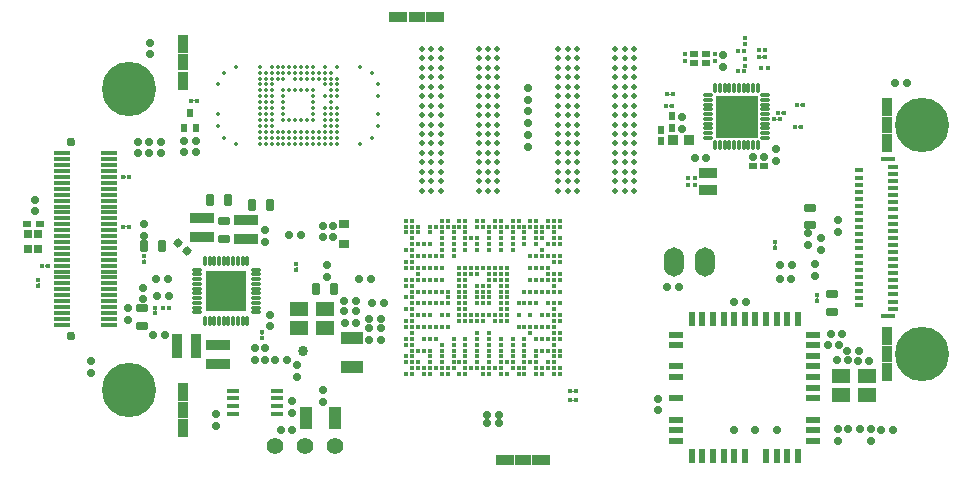
<source format=gts>
G04*
G04 #@! TF.GenerationSoftware,Altium Limited,Altium Designer,22.2.1 (43)*
G04*
G04 Layer_Color=8388736*
%FSLAX25Y25*%
%MOIN*%
G70*
G04*
G04 #@! TF.SameCoordinates,6C9F7B6B-14DB-4A3D-A1FA-6D2C2168172C*
G04*
G04*
G04 #@! TF.FilePolarity,Negative*
G04*
G01*
G75*
%ADD60R,0.02756X0.01968*%
%ADD73C,0.00800*%
%ADD74R,0.03543X0.05906*%
%ADD75R,0.03543X0.05315*%
%ADD76R,0.05906X0.03543*%
%ADD77R,0.05315X0.03543*%
G04:AMPARAMS|DCode=78|XSize=27.56mil|YSize=23.62mil|CornerRadius=5.91mil|HoleSize=0mil|Usage=FLASHONLY|Rotation=0.000|XOffset=0mil|YOffset=0mil|HoleType=Round|Shape=RoundedRectangle|*
%AMROUNDEDRECTD78*
21,1,0.02756,0.01181,0,0,0.0*
21,1,0.01575,0.02362,0,0,0.0*
1,1,0.01181,0.00787,-0.00591*
1,1,0.01181,-0.00787,-0.00591*
1,1,0.01181,-0.00787,0.00591*
1,1,0.01181,0.00787,0.00591*
%
%ADD78ROUNDEDRECTD78*%
%ADD79C,0.01457*%
%ADD80R,0.01457X0.01575*%
G04:AMPARAMS|DCode=81|XSize=27.56mil|YSize=23.62mil|CornerRadius=5.91mil|HoleSize=0mil|Usage=FLASHONLY|Rotation=90.000|XOffset=0mil|YOffset=0mil|HoleType=Round|Shape=RoundedRectangle|*
%AMROUNDEDRECTD81*
21,1,0.02756,0.01181,0,0,90.0*
21,1,0.01575,0.02362,0,0,90.0*
1,1,0.01181,0.00591,0.00787*
1,1,0.01181,0.00591,-0.00787*
1,1,0.01181,-0.00591,-0.00787*
1,1,0.01181,-0.00591,0.00787*
%
%ADD81ROUNDEDRECTD81*%
G04:AMPARAMS|DCode=82|XSize=16mil|YSize=16mil|CornerRadius=4.25mil|HoleSize=0mil|Usage=FLASHONLY|Rotation=0.000|XOffset=0mil|YOffset=0mil|HoleType=Round|Shape=RoundedRectangle|*
%AMROUNDEDRECTD82*
21,1,0.01600,0.00750,0,0,0.0*
21,1,0.00750,0.01600,0,0,0.0*
1,1,0.00850,0.00375,-0.00375*
1,1,0.00850,-0.00375,-0.00375*
1,1,0.00850,-0.00375,0.00375*
1,1,0.00850,0.00375,0.00375*
%
%ADD82ROUNDEDRECTD82*%
%ADD83R,0.02363X0.05118*%
%ADD84O,0.03740X0.01181*%
%ADD85R,0.05118X0.02363*%
%ADD86O,0.01181X0.03740*%
%ADD87C,0.01378*%
%ADD88R,0.02363X0.02756*%
%ADD89R,0.05512X0.01378*%
%ADD90O,0.06693X0.09843*%
%ADD91C,0.03394*%
%ADD92R,0.00394X0.02363*%
%ADD93C,0.02756*%
%ADD94R,0.05118X0.00394*%
%ADD95C,0.01969*%
%ADD96O,0.01181X0.03543*%
%ADD97R,0.13780X0.13780*%
%ADD98P,0.00534X8X22.5*%
%ADD99O,0.03543X0.01181*%
%ADD100R,0.08268X0.03740*%
%ADD101R,0.02953X0.03150*%
%ADD102R,0.05906X0.05118*%
%ADD103R,0.02362X0.02756*%
%ADD104R,0.14173X0.14173*%
%ADD105R,0.03347X0.03543*%
%ADD106R,0.02362X0.02953*%
%ADD107R,0.01575X0.01457*%
%ADD108R,0.02795X0.02402*%
%ADD109R,0.05906X0.03347*%
G04:AMPARAMS|DCode=110|XSize=15.75mil|YSize=43.31mil|CornerRadius=4.92mil|HoleSize=0mil|Usage=FLASHONLY|Rotation=90.000|XOffset=0mil|YOffset=0mil|HoleType=Round|Shape=RoundedRectangle|*
%AMROUNDEDRECTD110*
21,1,0.01575,0.03347,0,0,90.0*
21,1,0.00591,0.04331,0,0,90.0*
1,1,0.00984,0.01673,0.00295*
1,1,0.00984,0.01673,-0.00295*
1,1,0.00984,-0.01673,-0.00295*
1,1,0.00984,-0.01673,0.00295*
%
%ADD110ROUNDEDRECTD110*%
%ADD111R,0.04331X0.07481*%
%ADD112R,0.04921X0.01575*%
%ADD113R,0.03543X0.01575*%
%ADD114R,0.02953X0.01575*%
G04:AMPARAMS|DCode=115|XSize=16mil|YSize=16mil|CornerRadius=4.25mil|HoleSize=0mil|Usage=FLASHONLY|Rotation=90.000|XOffset=0mil|YOffset=0mil|HoleType=Round|Shape=RoundedRectangle|*
%AMROUNDEDRECTD115*
21,1,0.01600,0.00750,0,0,90.0*
21,1,0.00750,0.01600,0,0,90.0*
1,1,0.00850,0.00375,0.00375*
1,1,0.00850,0.00375,-0.00375*
1,1,0.00850,-0.00375,-0.00375*
1,1,0.00850,-0.00375,0.00375*
%
%ADD115ROUNDEDRECTD115*%
G04:AMPARAMS|DCode=116|XSize=39.37mil|YSize=27.56mil|CornerRadius=6.69mil|HoleSize=0mil|Usage=FLASHONLY|Rotation=180.000|XOffset=0mil|YOffset=0mil|HoleType=Round|Shape=RoundedRectangle|*
%AMROUNDEDRECTD116*
21,1,0.03937,0.01417,0,0,180.0*
21,1,0.02598,0.02756,0,0,180.0*
1,1,0.01339,-0.01299,0.00709*
1,1,0.01339,0.01299,0.00709*
1,1,0.01339,0.01299,-0.00709*
1,1,0.01339,-0.01299,-0.00709*
%
%ADD116ROUNDEDRECTD116*%
G04:AMPARAMS|DCode=117|XSize=39.37mil|YSize=27.56mil|CornerRadius=6.69mil|HoleSize=0mil|Usage=FLASHONLY|Rotation=270.000|XOffset=0mil|YOffset=0mil|HoleType=Round|Shape=RoundedRectangle|*
%AMROUNDEDRECTD117*
21,1,0.03937,0.01417,0,0,270.0*
21,1,0.02598,0.02756,0,0,270.0*
1,1,0.01339,-0.00709,-0.01299*
1,1,0.01339,-0.00709,0.01299*
1,1,0.01339,0.00709,0.01299*
1,1,0.01339,0.00709,-0.01299*
%
%ADD117ROUNDEDRECTD117*%
G04:AMPARAMS|DCode=118|XSize=27.56mil|YSize=23.62mil|CornerRadius=5.91mil|HoleSize=0mil|Usage=FLASHONLY|Rotation=45.000|XOffset=0mil|YOffset=0mil|HoleType=Round|Shape=RoundedRectangle|*
%AMROUNDEDRECTD118*
21,1,0.02756,0.01181,0,0,45.0*
21,1,0.01575,0.02362,0,0,45.0*
1,1,0.01181,0.00974,0.00139*
1,1,0.01181,-0.00139,-0.00974*
1,1,0.01181,-0.00974,-0.00139*
1,1,0.01181,0.00139,0.00974*
%
%ADD118ROUNDEDRECTD118*%
%ADD119R,0.02756X0.02362*%
%ADD120R,0.03740X0.08268*%
%ADD121R,0.07481X0.04331*%
%ADD122R,0.03543X0.02756*%
%ADD123C,0.18110*%
%ADD124C,0.05512*%
%ADD125C,0.03032*%
%ADD126C,0.02794*%
D60*
X4835Y84040D02*
D03*
X9165D02*
D03*
D73*
X262580Y123560D02*
G03*
X262580Y123560I-100J0D01*
G01*
X60540Y125040D02*
G03*
X60540Y125040I-100J0D01*
G01*
X94640Y69380D02*
G03*
X94640Y69380I-100J0D01*
G01*
X37805Y83041D02*
G03*
X37805Y83041I-100J0D01*
G01*
X10887Y69882D02*
G03*
X10887Y69882I-100J0D01*
G01*
X8643Y64117D02*
G03*
X8643Y64117I-100J0D01*
G01*
X83131Y47087D02*
G03*
X83131Y47087I-100J0D01*
G01*
X43919Y72008D02*
G03*
X43919Y72008I-100J0D01*
G01*
X47620Y55000D02*
G03*
X47620Y55000I-100J0D01*
G01*
X254155Y76929D02*
G03*
X254155Y76929I-100J0D01*
G01*
X268210Y59109D02*
G03*
X268210Y59109I-100J0D01*
G01*
X261911Y116260D02*
G03*
X261911Y116260I-100J0D01*
G01*
X254645Y118740D02*
G03*
X254645Y118740I-100J0D01*
G01*
X256154Y120965D02*
G03*
X256154Y120965I-100J0D01*
G01*
X249780Y139560D02*
G03*
X249780Y139560I-100J0D01*
G01*
X37620Y99550D02*
G03*
X37620Y99550I-100J0D01*
G01*
X218975Y123270D02*
G03*
X218975Y123270I-100J0D01*
G01*
X219116Y127074D02*
G03*
X219116Y127074I-100J0D01*
G01*
X186753Y28071D02*
G03*
X186753Y28071I-100J0D01*
G01*
X186793Y25118D02*
G03*
X186793Y25118I-100J0D01*
G01*
D74*
X56721Y15766D02*
D03*
Y28010D02*
D03*
X291339Y34429D02*
D03*
Y46673D02*
D03*
Y110807D02*
D03*
Y123051D02*
D03*
X56721Y131673D02*
D03*
Y143917D02*
D03*
D75*
X56721Y21888D02*
D03*
X291339Y40551D02*
D03*
Y116929D02*
D03*
X56721Y137795D02*
D03*
D76*
X176161Y5118D02*
D03*
X163917D02*
D03*
X140740Y152961D02*
D03*
X128496D02*
D03*
D77*
X170039Y5118D02*
D03*
X134618Y152961D02*
D03*
D78*
X214961Y21752D02*
D03*
Y25689D02*
D03*
X45520Y107412D02*
D03*
Y111348D02*
D03*
X49420Y107412D02*
D03*
Y111348D02*
D03*
X41760Y107412D02*
D03*
Y111348D02*
D03*
X43425Y58780D02*
D03*
Y62717D02*
D03*
X103268Y28661D02*
D03*
Y24724D02*
D03*
X7260Y88072D02*
D03*
Y92009D02*
D03*
X171758Y109591D02*
D03*
X38345Y51842D02*
D03*
Y55779D02*
D03*
X67794Y20404D02*
D03*
Y16467D02*
D03*
X92992Y20827D02*
D03*
Y24764D02*
D03*
X104644Y70276D02*
D03*
Y66339D02*
D03*
X43622Y83976D02*
D03*
Y80039D02*
D03*
X267290Y66498D02*
D03*
Y70435D02*
D03*
X269567Y75157D02*
D03*
Y79094D02*
D03*
X274921Y81181D02*
D03*
Y85118D02*
D03*
X94685Y32824D02*
D03*
Y36761D02*
D03*
X264961Y80748D02*
D03*
Y76811D02*
D03*
X80748Y42559D02*
D03*
Y38622D02*
D03*
X84213Y38543D02*
D03*
Y42480D02*
D03*
X85719Y53688D02*
D03*
Y49751D02*
D03*
X84222Y81995D02*
D03*
Y78058D02*
D03*
X171758Y121572D02*
D03*
Y117635D02*
D03*
Y113528D02*
D03*
X223031Y119407D02*
D03*
Y115471D02*
D03*
X171803Y125329D02*
D03*
Y129266D02*
D03*
X254331Y104803D02*
D03*
Y108740D02*
D03*
X236811Y140274D02*
D03*
Y136337D02*
D03*
X25905Y34134D02*
D03*
Y38071D02*
D03*
X45891Y140429D02*
D03*
Y144366D02*
D03*
X103391Y83372D02*
D03*
Y79435D02*
D03*
X106591D02*
D03*
Y83372D02*
D03*
X286229Y15586D02*
D03*
Y11649D02*
D03*
X275226Y15496D02*
D03*
Y11559D02*
D03*
D79*
X146916Y83035D02*
D03*
Y81067D02*
D03*
Y79098D02*
D03*
Y77130D02*
D03*
Y75161D02*
D03*
Y73193D02*
D03*
Y45633D02*
D03*
Y43665D02*
D03*
Y41696D02*
D03*
Y39728D02*
D03*
Y37759D02*
D03*
Y35791D02*
D03*
X148886Y85004D02*
D03*
Y83035D02*
D03*
Y69256D02*
D03*
Y67287D02*
D03*
Y65319D02*
D03*
Y63350D02*
D03*
Y61382D02*
D03*
Y59413D02*
D03*
Y57444D02*
D03*
Y55476D02*
D03*
Y53507D02*
D03*
Y51539D02*
D03*
Y37759D02*
D03*
Y33822D02*
D03*
X150854Y85004D02*
D03*
Y83035D02*
D03*
Y81067D02*
D03*
Y79098D02*
D03*
Y77130D02*
D03*
Y75161D02*
D03*
Y69256D02*
D03*
Y67287D02*
D03*
Y65319D02*
D03*
Y63350D02*
D03*
Y61382D02*
D03*
Y59413D02*
D03*
Y57444D02*
D03*
Y55476D02*
D03*
Y53507D02*
D03*
Y51539D02*
D03*
Y45633D02*
D03*
Y43665D02*
D03*
Y41696D02*
D03*
Y39728D02*
D03*
Y37759D02*
D03*
Y35791D02*
D03*
Y33822D02*
D03*
X152822Y79098D02*
D03*
Y69256D02*
D03*
Y67287D02*
D03*
Y53507D02*
D03*
Y51539D02*
D03*
Y35791D02*
D03*
X154790Y85004D02*
D03*
Y83035D02*
D03*
Y79098D02*
D03*
Y77130D02*
D03*
Y75161D02*
D03*
Y69256D02*
D03*
Y67287D02*
D03*
Y63350D02*
D03*
Y61382D02*
D03*
Y59413D02*
D03*
Y57444D02*
D03*
Y53507D02*
D03*
Y51539D02*
D03*
Y47602D02*
D03*
Y45633D02*
D03*
Y43665D02*
D03*
Y41696D02*
D03*
Y39728D02*
D03*
Y37759D02*
D03*
Y35791D02*
D03*
X156760Y85004D02*
D03*
Y83035D02*
D03*
Y69256D02*
D03*
Y63350D02*
D03*
Y61382D02*
D03*
Y59413D02*
D03*
Y57444D02*
D03*
Y53507D02*
D03*
Y51539D02*
D03*
Y35791D02*
D03*
Y33822D02*
D03*
X158729Y83035D02*
D03*
Y81067D02*
D03*
Y79098D02*
D03*
Y77130D02*
D03*
Y75161D02*
D03*
Y69256D02*
D03*
Y67287D02*
D03*
Y65319D02*
D03*
Y63350D02*
D03*
Y61382D02*
D03*
Y59413D02*
D03*
Y57444D02*
D03*
Y53507D02*
D03*
Y47602D02*
D03*
Y45633D02*
D03*
Y43665D02*
D03*
Y41696D02*
D03*
Y39728D02*
D03*
Y37759D02*
D03*
Y35791D02*
D03*
Y33822D02*
D03*
X160696Y85004D02*
D03*
Y83035D02*
D03*
Y69256D02*
D03*
Y67287D02*
D03*
Y65319D02*
D03*
Y53507D02*
D03*
Y51539D02*
D03*
Y35791D02*
D03*
X162665Y85004D02*
D03*
Y83035D02*
D03*
Y81067D02*
D03*
Y79098D02*
D03*
Y77130D02*
D03*
Y75161D02*
D03*
Y69256D02*
D03*
Y67287D02*
D03*
Y65319D02*
D03*
Y63350D02*
D03*
Y61382D02*
D03*
Y59413D02*
D03*
Y57444D02*
D03*
Y55476D02*
D03*
Y53507D02*
D03*
Y51539D02*
D03*
Y45633D02*
D03*
Y43665D02*
D03*
Y41696D02*
D03*
Y39728D02*
D03*
Y37759D02*
D03*
Y35791D02*
D03*
Y33822D02*
D03*
X164634Y83035D02*
D03*
Y69256D02*
D03*
Y67287D02*
D03*
Y65319D02*
D03*
Y63350D02*
D03*
Y61382D02*
D03*
Y59413D02*
D03*
Y57444D02*
D03*
Y55476D02*
D03*
Y53507D02*
D03*
Y51539D02*
D03*
Y37759D02*
D03*
Y33822D02*
D03*
X166603Y85004D02*
D03*
Y83035D02*
D03*
Y81067D02*
D03*
Y79098D02*
D03*
Y77130D02*
D03*
Y75161D02*
D03*
Y45633D02*
D03*
Y43665D02*
D03*
Y41696D02*
D03*
Y39728D02*
D03*
Y37759D02*
D03*
Y35791D02*
D03*
X168570Y85004D02*
D03*
Y83035D02*
D03*
Y57444D02*
D03*
Y53507D02*
D03*
Y49570D02*
D03*
Y35791D02*
D03*
Y33822D02*
D03*
X170539Y83035D02*
D03*
Y81067D02*
D03*
Y79098D02*
D03*
Y77130D02*
D03*
Y61382D02*
D03*
Y57444D02*
D03*
Y49570D02*
D03*
Y45633D02*
D03*
Y43665D02*
D03*
Y41696D02*
D03*
Y39728D02*
D03*
Y37759D02*
D03*
Y35791D02*
D03*
Y33822D02*
D03*
X172508Y85004D02*
D03*
Y83035D02*
D03*
Y73193D02*
D03*
Y69256D02*
D03*
Y65319D02*
D03*
Y61382D02*
D03*
Y57444D02*
D03*
Y53507D02*
D03*
Y49570D02*
D03*
Y47602D02*
D03*
Y37759D02*
D03*
X174477Y85004D02*
D03*
Y83035D02*
D03*
Y81067D02*
D03*
Y79098D02*
D03*
Y77130D02*
D03*
Y73193D02*
D03*
Y69256D02*
D03*
Y65319D02*
D03*
Y61382D02*
D03*
Y57444D02*
D03*
Y49570D02*
D03*
Y45633D02*
D03*
Y41696D02*
D03*
Y39728D02*
D03*
Y37759D02*
D03*
Y35791D02*
D03*
Y33822D02*
D03*
X176444Y83035D02*
D03*
Y81067D02*
D03*
Y79098D02*
D03*
Y75161D02*
D03*
Y73193D02*
D03*
Y69256D02*
D03*
Y65319D02*
D03*
Y61382D02*
D03*
Y53507D02*
D03*
Y49570D02*
D03*
Y45633D02*
D03*
Y41696D02*
D03*
Y35791D02*
D03*
Y33822D02*
D03*
X178413Y85004D02*
D03*
Y83035D02*
D03*
Y77130D02*
D03*
Y73193D02*
D03*
Y69256D02*
D03*
Y67287D02*
D03*
Y65319D02*
D03*
Y61382D02*
D03*
Y57444D02*
D03*
Y53507D02*
D03*
Y49570D02*
D03*
Y45633D02*
D03*
Y41696D02*
D03*
Y37759D02*
D03*
Y35791D02*
D03*
X180382Y85004D02*
D03*
Y83035D02*
D03*
Y81067D02*
D03*
Y79098D02*
D03*
Y77130D02*
D03*
Y73193D02*
D03*
Y71224D02*
D03*
Y67287D02*
D03*
Y65319D02*
D03*
Y63350D02*
D03*
Y61382D02*
D03*
Y57444D02*
D03*
Y55476D02*
D03*
Y53507D02*
D03*
Y51539D02*
D03*
Y49570D02*
D03*
Y47602D02*
D03*
Y45633D02*
D03*
Y43665D02*
D03*
Y41696D02*
D03*
Y39728D02*
D03*
Y37759D02*
D03*
Y35791D02*
D03*
Y33822D02*
D03*
X182351Y85004D02*
D03*
Y83035D02*
D03*
Y79098D02*
D03*
Y77130D02*
D03*
Y73193D02*
D03*
Y71224D02*
D03*
Y67287D02*
D03*
Y65319D02*
D03*
Y61382D02*
D03*
Y57444D02*
D03*
Y53507D02*
D03*
Y51539D02*
D03*
Y47602D02*
D03*
Y45633D02*
D03*
Y41696D02*
D03*
Y39728D02*
D03*
Y35791D02*
D03*
Y33822D02*
D03*
X131168Y85004D02*
D03*
Y83035D02*
D03*
Y81067D02*
D03*
Y75161D02*
D03*
Y71224D02*
D03*
Y69256D02*
D03*
Y65319D02*
D03*
Y63350D02*
D03*
Y59413D02*
D03*
Y55476D02*
D03*
Y51539D02*
D03*
Y49570D02*
D03*
Y45633D02*
D03*
Y43665D02*
D03*
Y39728D02*
D03*
Y37759D02*
D03*
Y33822D02*
D03*
X133138Y85004D02*
D03*
Y83035D02*
D03*
Y81067D02*
D03*
Y79098D02*
D03*
Y77130D02*
D03*
Y75161D02*
D03*
Y73193D02*
D03*
Y71224D02*
D03*
Y69256D02*
D03*
Y65319D02*
D03*
Y63350D02*
D03*
Y61382D02*
D03*
Y59413D02*
D03*
Y57444D02*
D03*
Y55476D02*
D03*
Y53507D02*
D03*
Y51539D02*
D03*
Y49570D02*
D03*
Y47602D02*
D03*
Y45633D02*
D03*
Y43665D02*
D03*
Y41696D02*
D03*
Y39728D02*
D03*
Y37759D02*
D03*
Y35791D02*
D03*
Y33822D02*
D03*
X135106Y83035D02*
D03*
Y81067D02*
D03*
Y77130D02*
D03*
Y73193D02*
D03*
Y69256D02*
D03*
Y67287D02*
D03*
Y65319D02*
D03*
Y61382D02*
D03*
Y57444D02*
D03*
Y53507D02*
D03*
Y49570D02*
D03*
Y41696D02*
D03*
Y37759D02*
D03*
Y35791D02*
D03*
X137074Y77130D02*
D03*
Y73193D02*
D03*
Y69256D02*
D03*
Y65319D02*
D03*
Y61382D02*
D03*
Y57444D02*
D03*
Y53507D02*
D03*
Y49570D02*
D03*
Y45633D02*
D03*
Y41696D02*
D03*
Y35791D02*
D03*
Y33822D02*
D03*
X139042Y83035D02*
D03*
Y81067D02*
D03*
Y77130D02*
D03*
Y73193D02*
D03*
Y69256D02*
D03*
Y65319D02*
D03*
Y61382D02*
D03*
Y57444D02*
D03*
Y53507D02*
D03*
Y49570D02*
D03*
Y45633D02*
D03*
Y41696D02*
D03*
Y39728D02*
D03*
Y37759D02*
D03*
Y35791D02*
D03*
Y33822D02*
D03*
X141012Y83035D02*
D03*
Y73193D02*
D03*
Y69256D02*
D03*
Y65319D02*
D03*
Y61382D02*
D03*
Y57444D02*
D03*
Y49570D02*
D03*
Y45633D02*
D03*
Y35791D02*
D03*
X142980Y85004D02*
D03*
Y83035D02*
D03*
Y81067D02*
D03*
Y79098D02*
D03*
Y77130D02*
D03*
Y75161D02*
D03*
Y73193D02*
D03*
Y69256D02*
D03*
Y65319D02*
D03*
Y61382D02*
D03*
Y57444D02*
D03*
Y53507D02*
D03*
Y49570D02*
D03*
Y43665D02*
D03*
Y41696D02*
D03*
Y39728D02*
D03*
Y37759D02*
D03*
Y35791D02*
D03*
Y33822D02*
D03*
X144948Y85004D02*
D03*
Y83035D02*
D03*
Y61382D02*
D03*
Y59413D02*
D03*
Y57444D02*
D03*
Y53507D02*
D03*
Y49570D02*
D03*
Y35791D02*
D03*
Y33822D02*
D03*
D80*
X251662Y136020D02*
D03*
X249418D02*
D03*
X227413Y99225D02*
D03*
X225169D02*
D03*
X241595Y134768D02*
D03*
X243839D02*
D03*
X241595Y141455D02*
D03*
X243839D02*
D03*
X225169Y96863D02*
D03*
X227413D02*
D03*
D81*
X293295Y15326D02*
D03*
X60988Y107820D02*
D03*
X57051D02*
D03*
Y111720D02*
D03*
X60988D02*
D03*
X244488Y57953D02*
D03*
X93189Y15118D02*
D03*
X89252D02*
D03*
X297992Y130787D02*
D03*
X294055D02*
D03*
X240551Y57953D02*
D03*
X255630Y65709D02*
D03*
X259567D02*
D03*
X255648Y70157D02*
D03*
X259585D02*
D03*
X91496Y38541D02*
D03*
X87559D02*
D03*
X50787Y47047D02*
D03*
X46850D02*
D03*
X52135Y59945D02*
D03*
X48199D02*
D03*
X96059Y80297D02*
D03*
X92122D02*
D03*
X222087Y62874D02*
D03*
X218150D02*
D03*
X227244Y105827D02*
D03*
X231181D02*
D03*
X250512Y106299D02*
D03*
X246575D02*
D03*
X51575Y65706D02*
D03*
X47638D02*
D03*
X110565Y54797D02*
D03*
X114502D02*
D03*
X114568Y50997D02*
D03*
X110631D02*
D03*
X118835Y49197D02*
D03*
X122772D02*
D03*
Y52097D02*
D03*
X118835D02*
D03*
X118865Y45297D02*
D03*
X122802D02*
D03*
X114502Y58096D02*
D03*
X110565D02*
D03*
X119459Y65697D02*
D03*
X115522D02*
D03*
X123742Y57497D02*
D03*
X119805D02*
D03*
X158193Y17455D02*
D03*
X162130D02*
D03*
X162150Y20241D02*
D03*
X158213D02*
D03*
X282238Y15487D02*
D03*
X278301D02*
D03*
X274628Y38447D02*
D03*
X278565D02*
D03*
X271618Y43487D02*
D03*
X275555D02*
D03*
X276537Y47165D02*
D03*
X272600D02*
D03*
X289358Y15326D02*
D03*
X285535Y38377D02*
D03*
X281598D02*
D03*
X278150Y41575D02*
D03*
X282087D02*
D03*
D82*
X261544Y123560D02*
D03*
X263538D02*
D03*
X250758Y141799D02*
D03*
X248765D02*
D03*
X248744Y139560D02*
D03*
X217958Y127074D02*
D03*
X217818Y123270D02*
D03*
X250738Y139560D02*
D03*
X59504Y125040D02*
D03*
X61498D02*
D03*
X187629Y25118D02*
D03*
X36769Y83041D02*
D03*
X38763D02*
D03*
X9852Y69882D02*
D03*
X11845D02*
D03*
X52161Y55904D02*
D03*
X50167D02*
D03*
X260875Y116260D02*
D03*
X262869D02*
D03*
X253609Y118740D02*
D03*
X255603D02*
D03*
X255119Y120965D02*
D03*
X257112D02*
D03*
X36584Y99550D02*
D03*
X38578D02*
D03*
X219811Y123270D02*
D03*
X219951Y127074D02*
D03*
X185596Y28071D02*
D03*
X187589D02*
D03*
X185635Y25118D02*
D03*
D83*
X258167Y6479D02*
D03*
X254624D02*
D03*
X226277Y52149D02*
D03*
X233364D02*
D03*
Y6479D02*
D03*
X226277D02*
D03*
X229821Y52149D02*
D03*
Y6479D02*
D03*
X236907D02*
D03*
X240451D02*
D03*
X243994D02*
D03*
X251081D02*
D03*
X258167Y52149D02*
D03*
X261711D02*
D03*
Y6479D02*
D03*
X251081Y52149D02*
D03*
X254624D02*
D03*
X236907D02*
D03*
X240451D02*
D03*
X247537D02*
D03*
X243994D02*
D03*
D84*
X250700Y122060D02*
D03*
Y112611D02*
D03*
Y114186D02*
D03*
Y115760D02*
D03*
Y117335D02*
D03*
Y118910D02*
D03*
Y120485D02*
D03*
Y123634D02*
D03*
Y125209D02*
D03*
Y126784D02*
D03*
X231802D02*
D03*
Y125209D02*
D03*
Y123634D02*
D03*
Y122060D02*
D03*
Y120485D02*
D03*
Y118910D02*
D03*
Y117335D02*
D03*
Y115760D02*
D03*
Y114186D02*
D03*
Y112611D02*
D03*
D85*
X266829Y39944D02*
D03*
Y18684D02*
D03*
X221159D02*
D03*
X266829Y11597D02*
D03*
X221159D02*
D03*
Y47031D02*
D03*
Y43487D02*
D03*
Y36401D02*
D03*
Y32857D02*
D03*
Y25771D02*
D03*
Y15141D02*
D03*
X266829Y47031D02*
D03*
Y43487D02*
D03*
Y36401D02*
D03*
Y32857D02*
D03*
Y29314D02*
D03*
Y25771D02*
D03*
Y15141D02*
D03*
D86*
X240464Y110248D02*
D03*
X234165D02*
D03*
X235739D02*
D03*
X237314D02*
D03*
X238889D02*
D03*
X242039D02*
D03*
X243614D02*
D03*
X245188D02*
D03*
X246763D02*
D03*
X248338D02*
D03*
Y129146D02*
D03*
X246763D02*
D03*
X245188D02*
D03*
X243614D02*
D03*
X242039D02*
D03*
X240464D02*
D03*
X238889D02*
D03*
X237314D02*
D03*
X235739D02*
D03*
X234165D02*
D03*
D87*
X121709Y116622D02*
D03*
Y120559D02*
D03*
Y126465D02*
D03*
Y130402D02*
D03*
X68559Y116622D02*
D03*
Y120559D02*
D03*
Y130402D02*
D03*
X70528Y112685D02*
D03*
Y134339D02*
D03*
X74465Y136307D02*
D03*
Y110717D02*
D03*
X82339Y136307D02*
D03*
Y110717D02*
D03*
Y112685D02*
D03*
Y114654D02*
D03*
Y116622D02*
D03*
Y118591D02*
D03*
Y120559D02*
D03*
Y122528D02*
D03*
Y124496D02*
D03*
Y126465D02*
D03*
Y128433D02*
D03*
Y130402D02*
D03*
Y132370D02*
D03*
Y134339D02*
D03*
X84307Y110717D02*
D03*
Y112685D02*
D03*
Y114654D02*
D03*
Y116622D02*
D03*
Y118591D02*
D03*
Y120559D02*
D03*
Y122528D02*
D03*
Y124496D02*
D03*
Y126465D02*
D03*
Y128433D02*
D03*
Y130402D02*
D03*
Y132370D02*
D03*
Y134339D02*
D03*
X86276Y136307D02*
D03*
Y110717D02*
D03*
Y112685D02*
D03*
Y114654D02*
D03*
Y116622D02*
D03*
Y118591D02*
D03*
Y120559D02*
D03*
Y122528D02*
D03*
Y124496D02*
D03*
Y126465D02*
D03*
Y128433D02*
D03*
Y130402D02*
D03*
Y132370D02*
D03*
Y134339D02*
D03*
X88244Y136307D02*
D03*
Y110717D02*
D03*
Y112685D02*
D03*
Y114654D02*
D03*
Y132370D02*
D03*
Y134339D02*
D03*
X90213Y136307D02*
D03*
Y110717D02*
D03*
Y112685D02*
D03*
Y114654D02*
D03*
Y118591D02*
D03*
Y120559D02*
D03*
Y122528D02*
D03*
Y124496D02*
D03*
Y126465D02*
D03*
Y128433D02*
D03*
Y132370D02*
D03*
Y134339D02*
D03*
X92181Y136307D02*
D03*
Y110717D02*
D03*
Y112685D02*
D03*
Y114654D02*
D03*
Y118591D02*
D03*
Y128433D02*
D03*
Y134339D02*
D03*
X94150Y136307D02*
D03*
Y110717D02*
D03*
Y112685D02*
D03*
Y114654D02*
D03*
Y118591D02*
D03*
Y128433D02*
D03*
Y132370D02*
D03*
Y134339D02*
D03*
X96118Y136307D02*
D03*
Y110717D02*
D03*
Y112685D02*
D03*
Y114654D02*
D03*
Y118591D02*
D03*
Y128433D02*
D03*
Y132370D02*
D03*
Y134339D02*
D03*
X98087Y136307D02*
D03*
Y110717D02*
D03*
Y112685D02*
D03*
Y114654D02*
D03*
Y118591D02*
D03*
Y128433D02*
D03*
Y132370D02*
D03*
Y134339D02*
D03*
X100055Y136307D02*
D03*
Y110717D02*
D03*
Y112685D02*
D03*
Y114654D02*
D03*
Y118591D02*
D03*
Y120559D02*
D03*
Y122528D02*
D03*
Y124496D02*
D03*
Y126465D02*
D03*
Y128433D02*
D03*
Y132370D02*
D03*
Y134339D02*
D03*
X102024Y110717D02*
D03*
Y112685D02*
D03*
Y114654D02*
D03*
Y132370D02*
D03*
Y134339D02*
D03*
X103992Y136307D02*
D03*
Y110717D02*
D03*
Y112685D02*
D03*
Y114654D02*
D03*
Y116622D02*
D03*
Y118591D02*
D03*
Y120559D02*
D03*
Y122528D02*
D03*
Y126465D02*
D03*
Y130402D02*
D03*
Y132370D02*
D03*
Y134339D02*
D03*
X105961Y110717D02*
D03*
Y112685D02*
D03*
Y114654D02*
D03*
Y116622D02*
D03*
Y118591D02*
D03*
Y120559D02*
D03*
Y122528D02*
D03*
Y124496D02*
D03*
Y126465D02*
D03*
Y128433D02*
D03*
Y130402D02*
D03*
Y132370D02*
D03*
Y134339D02*
D03*
X107929Y136307D02*
D03*
Y110717D02*
D03*
Y112685D02*
D03*
Y114654D02*
D03*
Y116622D02*
D03*
Y118591D02*
D03*
Y120559D02*
D03*
Y122528D02*
D03*
Y126465D02*
D03*
Y128433D02*
D03*
Y130402D02*
D03*
Y132370D02*
D03*
X115803Y136307D02*
D03*
Y110717D02*
D03*
X119740Y112685D02*
D03*
Y134339D02*
D03*
D88*
X60980Y115825D02*
D03*
X57042D02*
D03*
X59011Y120943D02*
D03*
D89*
X32087Y105456D02*
D03*
X16339Y105456D02*
D03*
X32087Y107424D02*
D03*
X16339Y107424D02*
D03*
Y77896D02*
D03*
Y73959D02*
D03*
Y70022D02*
D03*
Y66085D02*
D03*
X32087Y50337D02*
D03*
X16339Y81833D02*
D03*
Y85770D02*
D03*
Y83802D02*
D03*
Y79865D02*
D03*
Y75928D02*
D03*
Y71991D02*
D03*
Y68054D02*
D03*
X32087Y85770D02*
D03*
Y81833D02*
D03*
Y77896D02*
D03*
Y73959D02*
D03*
Y83802D02*
D03*
Y79865D02*
D03*
Y75928D02*
D03*
Y71991D02*
D03*
Y70022D02*
D03*
Y68054D02*
D03*
Y66085D02*
D03*
Y60180D02*
D03*
Y56243D02*
D03*
X16339Y50337D02*
D03*
Y56243D02*
D03*
Y58211D02*
D03*
Y87739D02*
D03*
X32087Y87739D02*
D03*
X16339Y97582D02*
D03*
Y93644D02*
D03*
Y89707D02*
D03*
Y101519D02*
D03*
Y103487D02*
D03*
Y99550D02*
D03*
Y95613D02*
D03*
Y91676D02*
D03*
X32087Y101518D02*
D03*
Y97581D02*
D03*
Y93644D02*
D03*
Y103487D02*
D03*
Y99550D02*
D03*
Y95613D02*
D03*
Y91676D02*
D03*
Y89707D02*
D03*
Y54274D02*
D03*
Y52306D02*
D03*
X16339Y54274D02*
D03*
Y52306D02*
D03*
X32087Y58211D02*
D03*
Y64117D02*
D03*
Y62148D02*
D03*
X16339Y64117D02*
D03*
Y62148D02*
D03*
Y60180D02*
D03*
D90*
X220507Y71144D02*
D03*
X230743D02*
D03*
D91*
X96860Y41524D02*
D03*
D92*
X221159Y22227D02*
D03*
D93*
X240451Y15141D02*
D03*
X247537D02*
D03*
X254624D02*
D03*
D94*
X266829Y22227D02*
D03*
D95*
X161556Y142235D02*
D03*
Y135936D02*
D03*
Y129637D02*
D03*
X158407Y120188D02*
D03*
X161556Y113889D02*
D03*
Y107589D02*
D03*
X158407D02*
D03*
X161556Y104440D02*
D03*
Y98141D02*
D03*
X136360Y142235D02*
D03*
Y135936D02*
D03*
X139509Y120188D02*
D03*
X136360Y129637D02*
D03*
X139509Y113889D02*
D03*
Y107589D02*
D03*
Y104440D02*
D03*
X136360Y113889D02*
D03*
Y110739D02*
D03*
X155257Y98141D02*
D03*
X136360D02*
D03*
Y94991D02*
D03*
X155257Y142235D02*
D03*
Y139085D02*
D03*
Y135936D02*
D03*
Y132786D02*
D03*
Y129637D02*
D03*
Y126487D02*
D03*
Y123337D02*
D03*
Y120188D02*
D03*
Y117038D02*
D03*
Y107589D02*
D03*
Y104440D02*
D03*
Y101290D02*
D03*
Y94991D02*
D03*
X158407Y142235D02*
D03*
Y139085D02*
D03*
Y135936D02*
D03*
Y132786D02*
D03*
Y129637D02*
D03*
Y126487D02*
D03*
Y123337D02*
D03*
Y117038D02*
D03*
Y113889D02*
D03*
Y110739D02*
D03*
Y104440D02*
D03*
Y101290D02*
D03*
Y98141D02*
D03*
Y94991D02*
D03*
X161556Y139085D02*
D03*
Y132786D02*
D03*
Y126487D02*
D03*
Y123337D02*
D03*
Y120188D02*
D03*
Y117038D02*
D03*
Y110739D02*
D03*
Y101290D02*
D03*
Y94991D02*
D03*
X136360Y139085D02*
D03*
Y132786D02*
D03*
Y126487D02*
D03*
Y123337D02*
D03*
Y120188D02*
D03*
Y117038D02*
D03*
Y107589D02*
D03*
Y104440D02*
D03*
Y101290D02*
D03*
X139509Y142235D02*
D03*
Y139085D02*
D03*
Y135936D02*
D03*
Y132786D02*
D03*
Y129637D02*
D03*
Y126487D02*
D03*
Y123337D02*
D03*
Y117038D02*
D03*
Y110739D02*
D03*
Y101290D02*
D03*
Y98141D02*
D03*
Y94991D02*
D03*
X142659Y142235D02*
D03*
Y139085D02*
D03*
Y135936D02*
D03*
Y132786D02*
D03*
Y129637D02*
D03*
Y126487D02*
D03*
Y123337D02*
D03*
Y117038D02*
D03*
Y113889D02*
D03*
Y110739D02*
D03*
Y107589D02*
D03*
Y104440D02*
D03*
Y94991D02*
D03*
Y101290D02*
D03*
Y98141D02*
D03*
X155257Y110739D02*
D03*
Y113889D02*
D03*
X142659Y120188D02*
D03*
X188159D02*
D03*
X200757Y113889D02*
D03*
Y110739D02*
D03*
X188159Y98141D02*
D03*
Y101290D02*
D03*
Y94991D02*
D03*
Y104440D02*
D03*
Y107589D02*
D03*
Y110739D02*
D03*
Y113889D02*
D03*
Y117038D02*
D03*
Y123337D02*
D03*
Y126487D02*
D03*
Y129637D02*
D03*
Y132786D02*
D03*
Y135936D02*
D03*
Y139085D02*
D03*
Y142235D02*
D03*
X185009Y94991D02*
D03*
Y98141D02*
D03*
Y101290D02*
D03*
Y110739D02*
D03*
Y117038D02*
D03*
Y123337D02*
D03*
Y126487D02*
D03*
Y129637D02*
D03*
Y132786D02*
D03*
Y135936D02*
D03*
Y139085D02*
D03*
Y142235D02*
D03*
X181860Y101290D02*
D03*
Y104440D02*
D03*
Y107589D02*
D03*
Y117038D02*
D03*
Y120188D02*
D03*
Y123337D02*
D03*
Y126487D02*
D03*
Y132786D02*
D03*
Y139085D02*
D03*
X207056Y94991D02*
D03*
Y101290D02*
D03*
Y110739D02*
D03*
Y117038D02*
D03*
Y120188D02*
D03*
Y123337D02*
D03*
Y126487D02*
D03*
Y132786D02*
D03*
Y139085D02*
D03*
X203907Y94991D02*
D03*
Y98141D02*
D03*
Y101290D02*
D03*
Y104440D02*
D03*
Y110739D02*
D03*
Y113889D02*
D03*
Y117038D02*
D03*
Y123337D02*
D03*
Y126487D02*
D03*
Y129637D02*
D03*
Y132786D02*
D03*
Y135936D02*
D03*
Y139085D02*
D03*
Y142235D02*
D03*
X200757Y94991D02*
D03*
Y101290D02*
D03*
Y104440D02*
D03*
Y107589D02*
D03*
Y117038D02*
D03*
Y120188D02*
D03*
Y123337D02*
D03*
Y126487D02*
D03*
Y129637D02*
D03*
Y132786D02*
D03*
Y135936D02*
D03*
Y139085D02*
D03*
Y142235D02*
D03*
X181860Y94991D02*
D03*
Y98141D02*
D03*
Y110739D02*
D03*
X200757Y98141D02*
D03*
X185009Y104440D02*
D03*
Y107589D02*
D03*
X203907D02*
D03*
X181860Y113889D02*
D03*
Y129637D02*
D03*
Y135936D02*
D03*
Y142235D02*
D03*
X185009Y113889D02*
D03*
Y120188D02*
D03*
X203907D02*
D03*
X207056Y98141D02*
D03*
Y104440D02*
D03*
Y113889D02*
D03*
Y107589D02*
D03*
Y129637D02*
D03*
Y135936D02*
D03*
Y142235D02*
D03*
D96*
X75034Y71405D02*
D03*
X71885Y51719D02*
D03*
X70310D02*
D03*
X78184D02*
D03*
X76609D02*
D03*
X75034D02*
D03*
X73459D02*
D03*
X68735D02*
D03*
X67160D02*
D03*
X65585D02*
D03*
X64010D02*
D03*
X70309Y71405D02*
D03*
X71884D02*
D03*
X76609D02*
D03*
X78184D02*
D03*
X73459D02*
D03*
X64010D02*
D03*
X65585D02*
D03*
X67160D02*
D03*
X68735D02*
D03*
D97*
X71097Y61562D02*
D03*
D98*
D03*
D99*
X61254Y60774D02*
D03*
Y62349D02*
D03*
Y63924D02*
D03*
Y65499D02*
D03*
Y67074D02*
D03*
Y68649D02*
D03*
Y54475D02*
D03*
Y56050D02*
D03*
Y57625D02*
D03*
Y59200D02*
D03*
X80940Y62349D02*
D03*
Y60774D02*
D03*
Y68649D02*
D03*
Y67074D02*
D03*
Y65499D02*
D03*
Y63924D02*
D03*
Y59200D02*
D03*
Y57625D02*
D03*
Y56050D02*
D03*
Y54475D02*
D03*
D100*
X63050Y79519D02*
D03*
Y86015D02*
D03*
X77850Y85390D02*
D03*
Y78894D02*
D03*
X68540Y37112D02*
D03*
Y43608D02*
D03*
D101*
X8463Y80458D02*
D03*
X5117D02*
D03*
Y75536D02*
D03*
X8463D02*
D03*
D102*
X275987Y26769D02*
D03*
X284649Y33069D02*
D03*
Y26769D02*
D03*
X275987Y33069D02*
D03*
X95372Y49347D02*
D03*
X104034Y55647D02*
D03*
Y49347D02*
D03*
X95372Y55647D02*
D03*
D103*
X219882Y115864D02*
D03*
Y119801D02*
D03*
D104*
X241251Y119697D02*
D03*
D105*
X219980Y111927D02*
D03*
X225295D02*
D03*
D106*
X215945Y115372D02*
D03*
Y111632D02*
D03*
D107*
X244007Y146017D02*
D03*
Y143772D02*
D03*
X224101Y140519D02*
D03*
Y138275D02*
D03*
X244007Y136686D02*
D03*
Y138930D02*
D03*
X234101Y140519D02*
D03*
Y138275D02*
D03*
D108*
X231169Y137697D02*
D03*
X227232D02*
D03*
X231169Y140453D02*
D03*
X227232D02*
D03*
D109*
X231741Y95213D02*
D03*
Y100961D02*
D03*
D110*
X88032Y20630D02*
D03*
Y23189D02*
D03*
Y25748D02*
D03*
Y28307D02*
D03*
X73465Y20629D02*
D03*
Y23189D02*
D03*
Y25748D02*
D03*
Y28307D02*
D03*
D111*
X107480Y19291D02*
D03*
X97638D02*
D03*
D112*
X291772Y53116D02*
D03*
Y105478D02*
D03*
D113*
X293250Y60400D02*
D03*
Y58038D02*
D03*
Y69849D02*
D03*
Y67486D02*
D03*
Y65124D02*
D03*
Y76935D02*
D03*
Y74573D02*
D03*
Y72211D02*
D03*
Y86384D02*
D03*
Y84022D02*
D03*
Y81660D02*
D03*
Y91108D02*
D03*
Y88746D02*
D03*
Y93471D02*
D03*
Y55675D02*
D03*
Y62762D02*
D03*
Y79297D02*
D03*
X293252Y100557D02*
D03*
Y98195D02*
D03*
Y95833D02*
D03*
Y102919D02*
D03*
D114*
X281931Y56856D02*
D03*
Y61580D02*
D03*
Y59218D02*
D03*
Y68667D02*
D03*
Y66305D02*
D03*
Y75754D02*
D03*
Y73391D02*
D03*
Y78116D02*
D03*
Y80478D02*
D03*
Y85203D02*
D03*
Y82840D02*
D03*
Y92289D02*
D03*
Y89927D02*
D03*
Y71029D02*
D03*
Y63942D02*
D03*
Y87565D02*
D03*
X281929Y101738D02*
D03*
Y97014D02*
D03*
Y99376D02*
D03*
Y94652D02*
D03*
D115*
X94540Y68444D02*
D03*
Y70438D02*
D03*
X8543Y65175D02*
D03*
Y63181D02*
D03*
X83031Y48022D02*
D03*
Y46029D02*
D03*
X43819Y71072D02*
D03*
Y73066D02*
D03*
X47520Y54064D02*
D03*
Y56058D02*
D03*
X254055Y75993D02*
D03*
Y77987D02*
D03*
X268110Y58173D02*
D03*
Y60167D02*
D03*
D116*
X43228Y49843D02*
D03*
Y55748D02*
D03*
X265709Y83465D02*
D03*
Y89370D02*
D03*
X273011Y60570D02*
D03*
Y54664D02*
D03*
X70311Y84910D02*
D03*
Y79005D02*
D03*
D117*
X43819Y76575D02*
D03*
X49724D02*
D03*
X85793Y90137D02*
D03*
X79888D02*
D03*
X65846Y91939D02*
D03*
X71751D02*
D03*
X101079Y62276D02*
D03*
X106985D02*
D03*
D118*
X57927Y74907D02*
D03*
X55143Y77691D02*
D03*
D119*
X250551Y103228D02*
D03*
X246614D02*
D03*
D120*
X61219Y43317D02*
D03*
X54723D02*
D03*
D121*
X113203Y46018D02*
D03*
Y36176D02*
D03*
D122*
X110363Y77078D02*
D03*
Y83771D02*
D03*
D123*
X303150Y116929D02*
D03*
Y40551D02*
D03*
X38858Y28425D02*
D03*
Y129055D02*
D03*
D124*
X107491Y9766D02*
D03*
X87486D02*
D03*
X97491D02*
D03*
D125*
X19291Y46597D02*
D03*
Y111164D02*
D03*
D126*
X236921Y115367D02*
D03*
Y119697D02*
D03*
Y124028D02*
D03*
X241251Y115367D02*
D03*
Y119697D02*
D03*
Y124028D02*
D03*
X245582Y115367D02*
D03*
Y119697D02*
D03*
Y124028D02*
D03*
M02*

</source>
